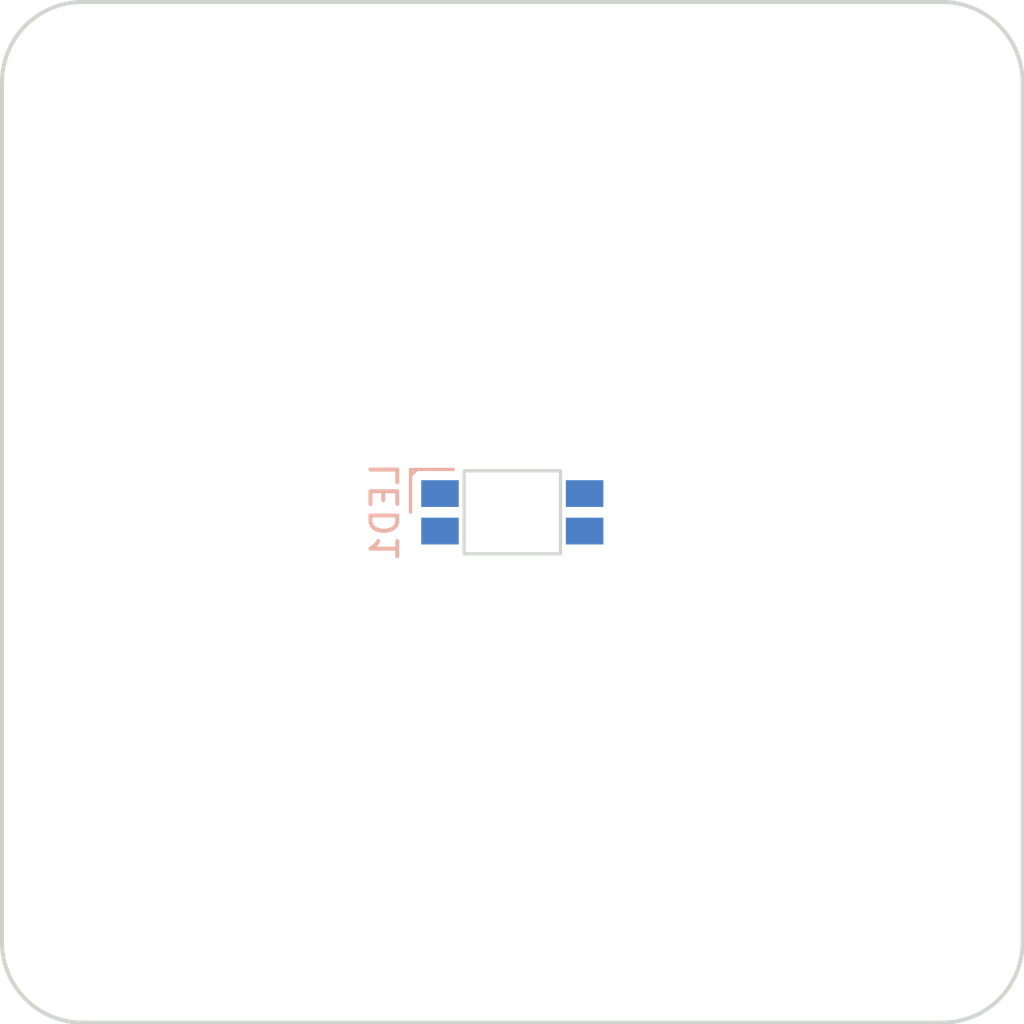
<source format=kicad_pcb>

            
(kicad_pcb (version 20171130) (host pcbnew 5.1.6)

  (page A3)
  (title_block
    (title ledSK6812minie)
    (rev 2024.03.25)
    (company "Travis Hardiman")
  )

  (general
    (thickness 1.6)
  )

  (layers
    (0 F.Cu signal)
    (31 B.Cu signal)
    (32 B.Adhes user)
    (33 F.Adhes user)
    (34 B.Paste user)
    (35 F.Paste user)
    (36 B.SilkS user)
    (37 F.SilkS user)
    (38 B.Mask user)
    (39 F.Mask user)
    (40 Dwgs.User user)
    (41 Cmts.User user)
    (42 Eco1.User user)
    (43 Eco2.User user)
    (44 Edge.Cuts user)
    (45 Margin user)
    (46 B.CrtYd user)
    (47 F.CrtYd user)
    (48 B.Fab user)
    (49 F.Fab user)
  )

  (setup
    (last_trace_width 0.25)
    (trace_clearance 0.2)
    (zone_clearance 0.508)
    (zone_45_only no)
    (trace_min 0.2)
    (via_size 0.8)
    (via_drill 0.4)
    (via_min_size 0.4)
    (via_min_drill 0.3)
    (uvia_size 0.3)
    (uvia_drill 0.1)
    (uvias_allowed no)
    (uvia_min_size 0.2)
    (uvia_min_drill 0.1)
    (edge_width 0.05)
    (segment_width 0.2)
    (pcb_text_width 0.3)
    (pcb_text_size 1.5 1.5)
    (mod_edge_width 0.12)
    (mod_text_size 1 1)
    (mod_text_width 0.15)
    (pad_size 1.524 1.524)
    (pad_drill 0.762)
    (pad_to_mask_clearance 0.05)
    (aux_axis_origin 0 0)
    (visible_elements FFFFFF7F)
    (pcbplotparams
      (layerselection 0x010fc_ffffffff)
      (usegerberextensions false)
      (usegerberattributes true)
      (usegerberadvancedattributes true)
      (creategerberjobfile true)
      (excludeedgelayer true)
      (linewidth 0.100000)
      (plotframeref false)
      (viasonmask false)
      (mode 1)
      (useauxorigin false)
      (hpglpennumber 1)
      (hpglpenspeed 20)
      (hpglpendiameter 15.000000)
      (psnegative false)
      (psa4output false)
      (plotreference true)
      (plotvalue true)
      (plotinvisibletext false)
      (padsonsilk false)
      (subtractmaskfromsilk false)
      (outputformat 1)
      (mirror false)
      (drillshape 1)
      (scaleselection 1)
      (outputdirectory ""))
  )

            (net 0 "")
(net 1 "VCC")
(net 2 "DOUT")
(net 3 "GND")
(net 4 "DIN")
            
  (net_class Default "This is the default net class."
    (clearance 0.2)
    (trace_width 0.25)
    (via_dia 0.8)
    (via_drill 0.4)
    (uvia_dia 0.3)
    (uvia_drill 0.1)
    (add_net "")
(add_net "VCC")
(add_net "DOUT")
(add_net "GND")
(add_net "DIN")
  )

            
      (module "travis:led_SK6812mini-e (per-key, single-side)" 
        (layer B.Cu)
        (at 0 0 0)

        (fp_text reference "LED1" (at -4.75 0 90) (layer B.SilkS) 
          (effects (font (size 1 1) (thickness 0.15)) (justify  mirror))
        )
        (fp_text value "SK6812mini-e" (at 0 -2.25 0) (layer "B.Fab")
          (effects (font (size 0.8 0.8) (thickness 0.15)))
        )
        (fp_line (start -1.6 -1.4) (end 1.6 -1.4) (layer Dwgs.User) (width 0.12))
        (fp_line (start -1.6 1.4) (end 1.6 1.4) (layer Dwgs.User) (width 0.12))
        (fp_line (start -1.6 -1.4) (end -1.6 1.4) (layer Dwgs.User) (width 0.12))
        (fp_line (start 1.6 -1.4) (end 1.6 1.4) (layer Dwgs.User) (width 0.12))
        (fp_line (start -1.6 -1.05) (end -2.94 -1.05) (layer Dwgs.User) (width 0.12))
        (fp_line (start -2.94 -1.05) (end -2.94 -0.37) (layer Dwgs.User) (width 0.12))
        (fp_line (start -2.94 -0.37) (end -1.6 -0.37) (layer Dwgs.User) (width 0.12))
        (fp_line (start -1.6 0.35) (end -2.94 0.35) (layer Dwgs.User) (width 0.12))
        (fp_line (start -2.94 1.03) (end -1.6 1.03) (layer Dwgs.User) (width 0.12))
        (fp_line (start -2.94 0.35) (end -2.94 1.03) (layer Dwgs.User) (width 0.12))
        (fp_line (start 1.6 1.03) (end 2.94 1.03) (layer Dwgs.User) (width 0.12))
        (fp_line (start 2.94 0.35) (end 1.6 0.35) (layer Dwgs.User) (width 0.12))
        (fp_line (start 2.94 1.03) (end 2.94 0.35) (layer Dwgs.User) (width 0.12))
        (fp_line (start 1.6 -0.37) (end 2.94 -0.37) (layer Dwgs.User) (width 0.12))
        (fp_line (start 2.94 -1.05) (end 1.6 -1.05) (layer Dwgs.User) (width 0.12))
        (fp_line (start 2.94 -0.37) (end 2.94 -1.05) (layer Dwgs.User) (width 0.12))
    
        (fp_line (start -3.8 -1.6) (end -2.2 -1.6) (layer B.SilkS) (width 0.12))
        (fp_line (start -3.8 0) (end -3.8 -1.6) (layer B.SilkS) (width 0.12))
        (fp_line (start -3.8 -1.36) (end -3.56 -1.6) (layer B.SilkS) (width 0.12))
        (pad 2 smd rect (at 2.70 -0.7 0) (size 1.4 1) (layers B.Cu B.Paste B.Mask) (net 2 "DOUT"))
        (pad 1 smd rect (at 2.70 0.7 0) (size 1.4 1) (layers B.Cu B.Paste B.Mask) (net 1 "VCC"))
        (pad 3 smd rect (at -2.70 -0.7 0) (size 1.4 1) (layers B.Cu B.Paste B.Mask) (net 3 "GND"))
        (pad 4 smd rect (at -2.70 0.7 0) (size 1.4 1) (layers B.Cu B.Paste B.Mask) (net 4 "DIN"))
      
    (fp_line (start -0.8 -1.4) (end -0.8 1.4) (layer Dwgs.User) (width 0.12))
    (fp_line (start 0.8 -1.4) (end 0.8 1.4) (layer Dwgs.User) (width 0.12))
    (fp_line (start -1 -1.4) (end -1 1.4) (layer Dwgs.User) (width 0.12))
    (fp_line (start 1 -1.4) (end 1 1.4) (layer Dwgs.User) (width 0.12))
    
        (fp_poly
          (pts
            (xy 1.6 -1.05)
            (xy 2.94 -1.05)
            (xy 2.94 -0.37)
            (xy 1.6 -0.37)
            (xy 1.6 0.35)
            (xy 2.94 0.35)
            (xy 2.94 1.03)
            (xy 1.6 1.03)
            (xy 1.6 1.4)
            (xy -1.6 1.4)
            (xy -1.6 1.03)
            (xy -2.94 1.03)
            (xy -2.94 0.35)
            (xy -1.6 0.35)
            (xy -1.6 -0.37)
            (xy -2.94 -0.37)
            (xy -2.94 -1.05)
            (xy -1.6 -1.05)
            (xy -1.6 -1.4)
            (xy 1.6 -1.4)
          )
          (width 0.1) (layer "B.CrtYd"))
    
        (fp_line (start -1.8 -1.55) (end -1.8 1.55) (layer Edge.Cuts) (width 0.12))
        (fp_line (start -1.8 1.55) (end 1.8 1.55) (layer Edge.Cuts) (width 0.12))
        (fp_line (start 1.8 1.55) (end 1.8 -1.55) (layer Edge.Cuts) (width 0.12))
        (fp_line (start 1.8 -1.55) (end -1.8 -1.55) (layer Edge.Cuts) (width 0.12))
      )
    
            (gr_line (start -19.05 16.05) (end -19.05 -16.05) (angle 90) (layer Edge.Cuts) (width 0.15))
(gr_line (start -16.05 -19.05) (end 16.05 -19.05) (angle 90) (layer Edge.Cuts) (width 0.15))
(gr_line (start 19.05 -16.05) (end 19.05 16.05) (angle 90) (layer Edge.Cuts) (width 0.15))
(gr_line (start 16.05 19.05) (end -16.05 19.05) (angle 90) (layer Edge.Cuts) (width 0.15))
(gr_arc (start -16.05 -16.05) (end -16.05 -19.05) (angle -90) (layer Edge.Cuts) (width 0.15))
(gr_arc (start 16.05 -16.05) (end 19.05 -16.05) (angle -90) (layer Edge.Cuts) (width 0.15))
(gr_arc (start 16.05 16.05) (end 16.05 19.05) (angle -90) (layer Edge.Cuts) (width 0.15))
(gr_arc (start -16.05 16.05) (end -19.05 16.05) (angle -90) (layer Edge.Cuts) (width 0.15))
            
)

        
</source>
